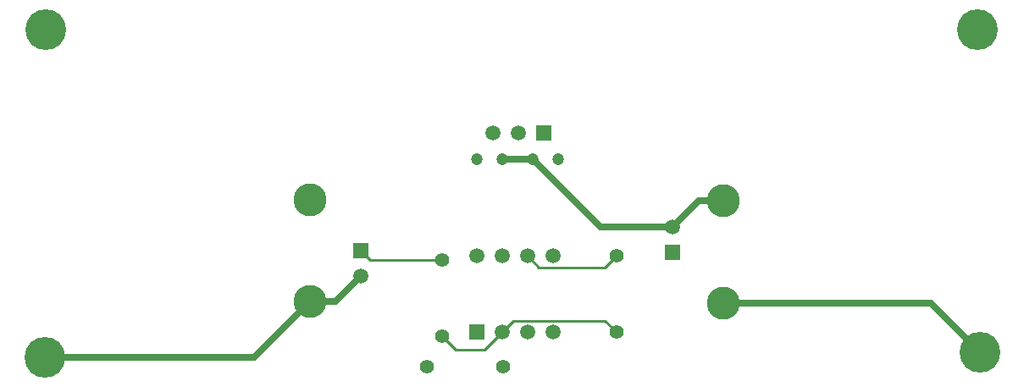
<source format=gbl>
%FSLAX25Y25*%
%MOIN*%
G70*
G01*
G75*
G04 Layer_Physical_Order=2*
G04 Layer_Color=16711680*
%ADD10R,0.05512X0.04724*%
%ADD11R,0.05512X0.05512*%
%ADD12R,0.05512X0.05906*%
%ADD13R,0.03543X0.02756*%
%ADD14C,0.02500*%
%ADD15C,0.01000*%
%ADD16C,0.16000*%
%ADD17R,0.05906X0.05906*%
%ADD18C,0.05906*%
%ADD19C,0.05512*%
%ADD20R,0.05906X0.05906*%
%ADD21C,0.04724*%
%ADD22C,0.12992*%
D14*
X11000Y11000D02*
X93500D01*
X115421Y32921D01*
X278079Y32421D02*
X359579D01*
X379000Y13000D01*
X115421Y32921D02*
X125264D01*
X135500Y43157D01*
X191000Y89000D02*
X203000D01*
X229657Y62343D01*
X258000D01*
X268236Y72579D01*
X278079D01*
D15*
X135500Y53000D02*
X139000Y49500D01*
X167500D01*
X184200Y14200D02*
X191000Y21000D01*
X172800Y14200D02*
X184200D01*
X167500Y19500D02*
X172800Y14200D01*
X191000Y21000D02*
X195500Y25500D01*
X231500D01*
X236000Y21000D01*
X231500Y46500D02*
X236000Y51000D01*
X205500Y46500D02*
X231500D01*
X201000Y51000D02*
X205500Y46500D01*
D16*
X379000Y13000D02*
D03*
X378000Y140000D02*
D03*
X11500D02*
D03*
X11000Y11000D02*
D03*
D17*
X181000Y21000D02*
D03*
D18*
X191000D02*
D03*
X201000D02*
D03*
X211000D02*
D03*
X181000Y51000D02*
D03*
X191000D02*
D03*
X201000D02*
D03*
X211000D02*
D03*
X197500Y99500D02*
D03*
X187500D02*
D03*
X258000Y62343D02*
D03*
X135500Y43157D02*
D03*
D19*
X167500Y19500D02*
D03*
Y49500D02*
D03*
X236000Y51000D02*
D03*
Y21000D02*
D03*
X191500Y7500D02*
D03*
X161500D02*
D03*
D20*
X207500Y99500D02*
D03*
X258000Y52500D02*
D03*
X135500Y53000D02*
D03*
D21*
X181000Y89000D02*
D03*
X191000D02*
D03*
X213000D02*
D03*
X203000D02*
D03*
D22*
X278079Y32421D02*
D03*
Y72579D02*
D03*
X115421Y73079D02*
D03*
Y32921D02*
D03*
M02*

</source>
